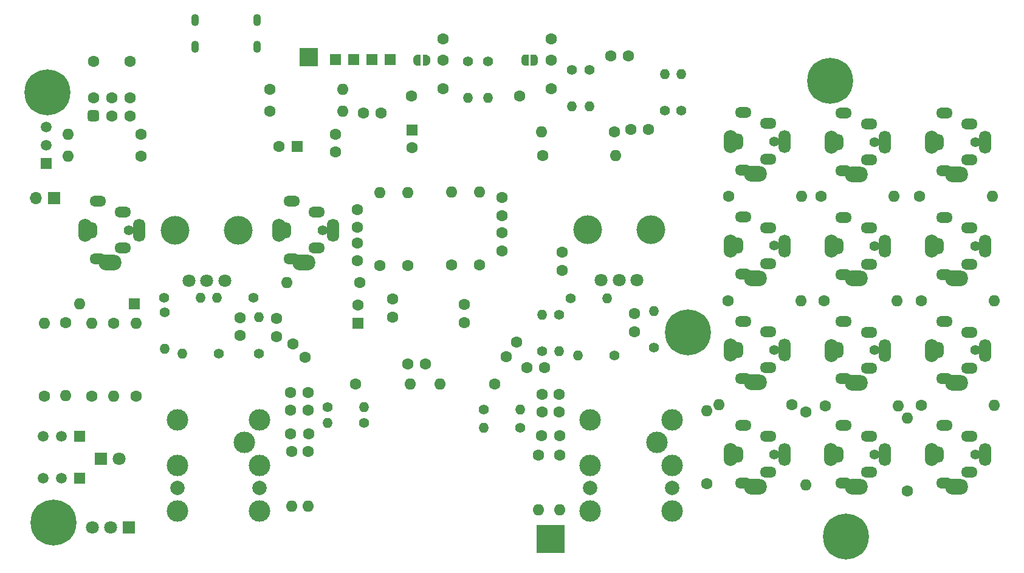
<source format=gbs>
G04 #@! TF.GenerationSoftware,KiCad,Pcbnew,8.0.6*
G04 #@! TF.CreationDate,2025-01-21T23:06:27+01:00*
G04 #@! TF.ProjectId,spider2,73706964-6572-4322-9e6b-696361645f70,rev?*
G04 #@! TF.SameCoordinates,Original*
G04 #@! TF.FileFunction,Soldermask,Bot*
G04 #@! TF.FilePolarity,Negative*
%FSLAX46Y46*%
G04 Gerber Fmt 4.6, Leading zero omitted, Abs format (unit mm)*
G04 Created by KiCad (PCBNEW 8.0.6) date 2025-01-21 23:06:27*
%MOMM*%
%LPD*%
G01*
G04 APERTURE LIST*
%ADD10C,1.400000*%
%ADD11O,1.400000X1.400000*%
%ADD12C,1.600000*%
%ADD13O,1.600000X1.600000*%
%ADD14R,1.600000X1.600000*%
%ADD15R,2.500000X2.500000*%
%ADD16O,2.300000X1.500000*%
%ADD17O,1.703200X3.203200*%
%ADD18O,1.903200X3.203200*%
%ADD19O,1.500000X2.300000*%
%ADD20O,3.203200X2.203200*%
%ADD21C,0.800000*%
%ADD22C,6.400000*%
%ADD23C,3.000000*%
%ADD24C,2.000000*%
%ADD25O,1.100000X1.700000*%
%ADD26R,1.500000X1.500000*%
%ADD27C,1.500000*%
%ADD28C,4.000000*%
%ADD29C,1.800000*%
%ADD30R,1.700000X1.700000*%
%ADD31O,1.700000X1.700000*%
%ADD32R,1.800000X1.800000*%
%ADD33R,4.000000X4.000000*%
G04 APERTURE END LIST*
D10*
X225940000Y-73240000D03*
D11*
X225940000Y-68160000D03*
D12*
X147799400Y-33323400D03*
X152879400Y-33323400D03*
G36*
G01*
X147399400Y-40143400D02*
X148199400Y-40143400D01*
G75*
G02*
X148599400Y-40543400I0J-400000D01*
G01*
X148599400Y-41343400D01*
G75*
G02*
X148199400Y-41743400I-400000J0D01*
G01*
X147399400Y-41743400D01*
G75*
G02*
X146999400Y-41343400I0J400000D01*
G01*
X146999400Y-40543400D01*
G75*
G02*
X147399400Y-40143400I400000J0D01*
G01*
G37*
X150339400Y-40943400D03*
X152879400Y-40943400D03*
X147799400Y-38403400D03*
X150339400Y-38403400D03*
X152879400Y-38403400D03*
X262920000Y-52200000D03*
D13*
X273080000Y-52200000D03*
D12*
X219851600Y-32588200D03*
X222351600Y-32588200D03*
D10*
X214330000Y-66370000D03*
D11*
X219410000Y-66370000D03*
D10*
X227431600Y-40233600D03*
D11*
X227431600Y-35153600D03*
D12*
X187750000Y-61800000D03*
D13*
X187750000Y-51640000D03*
D10*
X220370000Y-74340000D03*
D11*
X215290000Y-74340000D03*
D12*
X263120000Y-81300000D03*
D13*
X273280000Y-81300000D03*
D12*
X177749200Y-87731600D03*
D13*
X177749200Y-95351600D03*
D14*
X192230000Y-42900000D03*
D12*
X192230000Y-45400000D03*
X204750000Y-52350000D03*
X204750000Y-54850000D03*
X204750000Y-59750000D03*
X204750000Y-57250000D03*
D14*
X153475000Y-67125000D03*
D13*
X145855000Y-67125000D03*
D12*
X154460000Y-46600000D03*
D13*
X144300000Y-46600000D03*
D10*
X202800000Y-33400000D03*
D11*
X202800000Y-38480000D03*
D12*
X208175000Y-76050000D03*
X210675000Y-76050000D03*
D15*
X177800000Y-32775000D03*
D16*
X238349112Y-92100000D03*
X241849112Y-90600000D03*
D10*
X242649112Y-88100000D03*
D17*
X244078391Y-88126253D03*
D18*
X236578391Y-88126253D03*
D19*
X237549112Y-88100000D03*
D16*
X238349112Y-84100000D03*
D20*
X240078391Y-92626253D03*
D16*
X241849112Y-85600000D03*
D21*
X248019532Y-36102461D03*
X248722476Y-34405405D03*
X248722476Y-37799517D03*
X250419532Y-33702461D03*
D22*
X250419532Y-36102461D03*
D21*
X250419532Y-38502461D03*
X252116588Y-34405405D03*
X252116588Y-37799517D03*
X252819532Y-36102461D03*
D10*
X157720000Y-68350000D03*
D11*
X157720000Y-73430000D03*
D12*
X199500000Y-69750000D03*
X199500000Y-67250000D03*
D10*
X216890600Y-34518600D03*
D11*
X216890600Y-39598600D03*
D12*
X196550000Y-33200000D03*
X196550000Y-30200000D03*
X192150000Y-38200000D03*
X196550000Y-37200000D03*
X212700000Y-82250000D03*
X212700000Y-79750000D03*
X175620000Y-72700000D03*
X177292827Y-74557862D03*
X175285400Y-85267800D03*
X177785400Y-85267800D03*
X191620000Y-61810000D03*
D13*
X191620000Y-51650000D03*
D12*
X261200000Y-93230000D03*
D13*
X261200000Y-83070000D03*
D12*
X249610000Y-66720000D03*
D13*
X259770000Y-66720000D03*
D23*
X226300000Y-86450000D03*
D24*
X228430000Y-92800000D03*
X217000000Y-92800000D03*
D23*
X217000000Y-96000000D03*
X228430000Y-89650000D03*
X217000000Y-89650000D03*
X228430000Y-96000000D03*
X228430000Y-83300000D03*
X217000000Y-83300000D03*
D12*
X184900000Y-64150000D03*
D13*
X174740000Y-64150000D03*
D23*
X168800000Y-86450000D03*
D24*
X170930000Y-92800000D03*
X159500000Y-92800000D03*
D23*
X159500000Y-96000000D03*
X170930000Y-89650000D03*
X159500000Y-89650000D03*
X170930000Y-96000000D03*
X170930000Y-83300000D03*
X159500000Y-83300000D03*
D12*
X147620000Y-79980000D03*
D13*
X147620000Y-69820000D03*
D12*
X249745000Y-81400000D03*
D13*
X259905000Y-81400000D03*
D10*
X185520000Y-83700000D03*
D11*
X180440000Y-83700000D03*
D12*
X249220000Y-52150000D03*
D13*
X259380000Y-52150000D03*
D25*
X170590000Y-31370000D03*
X170590000Y-27570000D03*
X161950000Y-31370000D03*
X161950000Y-27570000D03*
D12*
X203708000Y-78282800D03*
D13*
X196088000Y-78282800D03*
D12*
X201600000Y-61700000D03*
D13*
X201600000Y-51540000D03*
D10*
X229743000Y-40233600D03*
D11*
X229743000Y-35153600D03*
D12*
X236195000Y-66725000D03*
D13*
X246355000Y-66725000D03*
D14*
X176192380Y-45200000D03*
D12*
X173692380Y-45200000D03*
X191581400Y-75514200D03*
X194081400Y-75514200D03*
X143980000Y-69810000D03*
D13*
X143980000Y-79970000D03*
D12*
X181500000Y-43500000D03*
X181500000Y-46000000D03*
X247100000Y-82250000D03*
D13*
X247100000Y-92410000D03*
D10*
X210350000Y-73715000D03*
D11*
X210350000Y-68635000D03*
D16*
X238350000Y-63033333D03*
X241850000Y-61533333D03*
D10*
X242650000Y-59033333D03*
D17*
X244079279Y-59059586D03*
D18*
X236579279Y-59059586D03*
D19*
X237550000Y-59033333D03*
D16*
X238350000Y-55033333D03*
D20*
X240079279Y-63559586D03*
D16*
X241850000Y-56533333D03*
D26*
X145860000Y-85630000D03*
D27*
X143320000Y-85630000D03*
X140780000Y-85630000D03*
D12*
X173325000Y-69175000D03*
X173325000Y-71675000D03*
X175285400Y-81991200D03*
X175285400Y-79491200D03*
X210388200Y-46456600D03*
D13*
X220548200Y-46456600D03*
D26*
X189176000Y-33075000D03*
D16*
X238350000Y-77566666D03*
X241850000Y-76066666D03*
D10*
X242650000Y-73566666D03*
D17*
X244079279Y-73592919D03*
D18*
X236579279Y-73592919D03*
D19*
X237550000Y-73566666D03*
D16*
X238350000Y-69566666D03*
D20*
X240079279Y-78092919D03*
D16*
X241850000Y-71066666D03*
X175424065Y-60868249D03*
X178924065Y-59368249D03*
D10*
X179724065Y-56868249D03*
D17*
X181153344Y-56894502D03*
D18*
X173653344Y-56894502D03*
D19*
X174624065Y-56868249D03*
D16*
X175424065Y-52868249D03*
D20*
X177153344Y-61394502D03*
D16*
X178924065Y-54368249D03*
D21*
X228260142Y-71088261D03*
X228963086Y-69391205D03*
X228963086Y-72785317D03*
X230660142Y-68688261D03*
D22*
X230660142Y-71088261D03*
D21*
X230660142Y-73488261D03*
X232357198Y-69391205D03*
X232357198Y-72785317D03*
X233060142Y-71088261D03*
D12*
X154460000Y-43540000D03*
D13*
X144300000Y-43540000D03*
D16*
X266350000Y-48600000D03*
X269850000Y-47100000D03*
D10*
X270650000Y-44600000D03*
D17*
X272079279Y-44626253D03*
D18*
X264579279Y-44626253D03*
D19*
X265550000Y-44600000D03*
D16*
X266350000Y-40600000D03*
D20*
X268079279Y-49126253D03*
D16*
X269850000Y-42100000D03*
D12*
X184550000Y-56500000D03*
X184550000Y-54000000D03*
D26*
X181571000Y-33075000D03*
D10*
X202200000Y-81900000D03*
D11*
X207280000Y-81900000D03*
D28*
X159200000Y-56900000D03*
X168000000Y-56900000D03*
D29*
X166100000Y-63900000D03*
X163600000Y-63900000D03*
X161100000Y-63900000D03*
D12*
X206779532Y-72445529D03*
X205310069Y-74468071D03*
X189500000Y-69000000D03*
X189500000Y-66500000D03*
D26*
X184111000Y-33075000D03*
D12*
X172390000Y-37220000D03*
D13*
X182550000Y-37220000D03*
D12*
X175420000Y-87731600D03*
D13*
X175420000Y-95351600D03*
D26*
X186651000Y-33075000D03*
X145860000Y-91470000D03*
D27*
X143320000Y-91470000D03*
X140780000Y-91470000D03*
D12*
X150660000Y-69820000D03*
D13*
X150660000Y-79980000D03*
D16*
X266350000Y-77600000D03*
X269850000Y-76100000D03*
D10*
X270650000Y-73600000D03*
D17*
X272079279Y-73626253D03*
D18*
X264579279Y-73626253D03*
D19*
X265550000Y-73600000D03*
D16*
X266350000Y-69600000D03*
D20*
X268079279Y-78126253D03*
D16*
X269850000Y-71100000D03*
D10*
X157675000Y-66325000D03*
D11*
X162754999Y-66325000D03*
D30*
X142300000Y-52400000D03*
D31*
X139760000Y-52400000D03*
D12*
X187900000Y-40600000D03*
X185400000Y-40600000D03*
X172390000Y-40270000D03*
D13*
X182550000Y-40270000D03*
D21*
X250250000Y-99550000D03*
X250952944Y-97852944D03*
X250952944Y-101247056D03*
X252650000Y-97150000D03*
D22*
X252650000Y-99550000D03*
D21*
X252650000Y-101950000D03*
X254347056Y-97852944D03*
X254347056Y-101247056D03*
X255050000Y-99550000D03*
D12*
X209770000Y-88200000D03*
D13*
X209770000Y-95820000D03*
D12*
X236270000Y-52150000D03*
D13*
X246430000Y-52150000D03*
D10*
X214477600Y-34544000D03*
D11*
X214477600Y-39624000D03*
D12*
X211550000Y-33200000D03*
X211550000Y-30200000D03*
X207150000Y-38200000D03*
X211550000Y-37200000D03*
D16*
X266350000Y-63100000D03*
X269850000Y-61600000D03*
D10*
X270650000Y-59100000D03*
D17*
X272079279Y-59126253D03*
D18*
X264579279Y-59126253D03*
D19*
X265550000Y-59100000D03*
D16*
X266350000Y-55100000D03*
D20*
X268079279Y-63626253D03*
D16*
X269850000Y-56600000D03*
X238350000Y-48500000D03*
X241850000Y-47000000D03*
D10*
X242650000Y-44500000D03*
D17*
X244079279Y-44526253D03*
D18*
X236579279Y-44526253D03*
D19*
X237550000Y-44500000D03*
D16*
X238350000Y-40500000D03*
D20*
X240079279Y-49026253D03*
D16*
X241850000Y-42000000D03*
D12*
X263120000Y-66750000D03*
D13*
X273280000Y-66750000D03*
D12*
X233260000Y-92180000D03*
D13*
X233260000Y-82020000D03*
D16*
X252350000Y-63100000D03*
X255850000Y-61600000D03*
D10*
X256650000Y-59100000D03*
D17*
X258079279Y-59126253D03*
D18*
X250579279Y-59126253D03*
D19*
X251550000Y-59100000D03*
D16*
X252350000Y-55100000D03*
D20*
X254079279Y-63626253D03*
D16*
X255850000Y-56600000D03*
D10*
X170825000Y-74125000D03*
D11*
X170825000Y-69045000D03*
D16*
X252350000Y-77600000D03*
X255850000Y-76100000D03*
D10*
X256650000Y-73600000D03*
D17*
X258079279Y-73626253D03*
D18*
X250579279Y-73626253D03*
D19*
X251550000Y-73600000D03*
D16*
X252350000Y-69600000D03*
D20*
X254079279Y-78126253D03*
D16*
X255850000Y-71100000D03*
X252350000Y-48600000D03*
X255850000Y-47100000D03*
D10*
X256650000Y-44600000D03*
D17*
X258079279Y-44626253D03*
D18*
X250579279Y-44626253D03*
D19*
X251550000Y-44600000D03*
D16*
X252350000Y-40600000D03*
D20*
X254079279Y-49126253D03*
D16*
X255850000Y-42100000D03*
D10*
X212675000Y-68670000D03*
D11*
X212675000Y-73750000D03*
D10*
X170125000Y-66300000D03*
D11*
X165045000Y-66300000D03*
D12*
X225176400Y-42849800D03*
X222676400Y-42849800D03*
X184550000Y-58650000D03*
X184550000Y-61150000D03*
D16*
X148415198Y-60869712D03*
X151915198Y-59369712D03*
D10*
X152715198Y-56869712D03*
D17*
X154144477Y-56895965D03*
D18*
X146644477Y-56895965D03*
D19*
X147615198Y-56869712D03*
D16*
X148415198Y-52869712D03*
D20*
X150144477Y-61395965D03*
D16*
X151915198Y-54369712D03*
D12*
X168249600Y-71588000D03*
X168249600Y-69088000D03*
D10*
X165270000Y-74100000D03*
D11*
X160190000Y-74100000D03*
D16*
X252349112Y-92100000D03*
X255849112Y-90600000D03*
D10*
X256649112Y-88100000D03*
D17*
X258078391Y-88126253D03*
D18*
X250578391Y-88126253D03*
D19*
X251549112Y-88100000D03*
D16*
X252349112Y-84100000D03*
D20*
X254078391Y-92626253D03*
D16*
X255849112Y-85600000D03*
X266350000Y-92100000D03*
X269850000Y-90600000D03*
D10*
X270650000Y-88100000D03*
D17*
X272079279Y-88126253D03*
D18*
X264579279Y-88126253D03*
D19*
X265550000Y-88100000D03*
D16*
X266350000Y-84100000D03*
D20*
X268079279Y-92626253D03*
D16*
X269850000Y-85600000D03*
D12*
X177698400Y-81991200D03*
X177698400Y-79491200D03*
X153730000Y-79980000D03*
D13*
X153730000Y-69820000D03*
D12*
X184300000Y-78300000D03*
D13*
X191920000Y-78300000D03*
D32*
X148875000Y-88725000D03*
D29*
X151415000Y-88725000D03*
D10*
X200000000Y-33400000D03*
D11*
X200000000Y-38480000D03*
D10*
X207280000Y-84425000D03*
D11*
X202200000Y-84425000D03*
D12*
X220395800Y-43180000D03*
D13*
X210235800Y-43180000D03*
D12*
X210290000Y-82226600D03*
X210290000Y-79726600D03*
D28*
X216650000Y-56800000D03*
X225450000Y-56800000D03*
D29*
X223550000Y-63800000D03*
X221050000Y-63800000D03*
X218550000Y-63800000D03*
D12*
X197735200Y-61700000D03*
D13*
X197735200Y-51540000D03*
D12*
X212775000Y-88200000D03*
D13*
X212775000Y-95820000D03*
D12*
X213080600Y-59984000D03*
X213080600Y-62484000D03*
X245080000Y-81225000D03*
D13*
X234920000Y-81225000D03*
D32*
X152742934Y-98294059D03*
D29*
X150202934Y-98294059D03*
X147662934Y-98294059D03*
D10*
X180460000Y-81500000D03*
D11*
X185540000Y-81500000D03*
D21*
X139840000Y-97590000D03*
X140542944Y-95892944D03*
X140542944Y-99287056D03*
X142240000Y-95190000D03*
D22*
X142240000Y-97590000D03*
D21*
X142240000Y-99990000D03*
X143937056Y-95892944D03*
X143937056Y-99287056D03*
X144640000Y-97590000D03*
D12*
X140970000Y-79980000D03*
D13*
X140970000Y-69820000D03*
D12*
X223200000Y-71000000D03*
X223200000Y-68500000D03*
X210250000Y-85500000D03*
X212750000Y-85500000D03*
D14*
X184650000Y-69850000D03*
D12*
X184650000Y-67350000D03*
D21*
X138994600Y-37691600D03*
X139697544Y-35994544D03*
X139697544Y-39388656D03*
X141394600Y-35291600D03*
D22*
X141394600Y-37691600D03*
D21*
X141394600Y-40091600D03*
X143091656Y-35994544D03*
X143091656Y-39388656D03*
X143794600Y-37691600D03*
D26*
X141200000Y-47600000D03*
D27*
X141200000Y-45060000D03*
X141200000Y-42520000D03*
D33*
X211531200Y-99923600D03*
G36*
X208430000Y-33920000D02*
G01*
X207930000Y-33920000D01*
X207930000Y-33914911D01*
X207858843Y-33914911D01*
X207722292Y-33874816D01*
X207602570Y-33797875D01*
X207509373Y-33690320D01*
X207450254Y-33560866D01*
X207430000Y-33420000D01*
X207430000Y-32920000D01*
X207450254Y-32779134D01*
X207509373Y-32649680D01*
X207602570Y-32542125D01*
X207722292Y-32465184D01*
X207858843Y-32425089D01*
X207930000Y-32425089D01*
X207930000Y-32420000D01*
X208430000Y-32420000D01*
X208430000Y-33920000D01*
G37*
G36*
X209230000Y-32425089D02*
G01*
X209301157Y-32425089D01*
X209437708Y-32465184D01*
X209557430Y-32542125D01*
X209650627Y-32649680D01*
X209709746Y-32779134D01*
X209730000Y-32920000D01*
X209730000Y-33420000D01*
X209709746Y-33560866D01*
X209650627Y-33690320D01*
X209557430Y-33797875D01*
X209437708Y-33874816D01*
X209301157Y-33914911D01*
X209230000Y-33914911D01*
X209230000Y-33920000D01*
X208730000Y-33920000D01*
X208730000Y-32420000D01*
X209230000Y-32420000D01*
X209230000Y-32425089D01*
G37*
G36*
X193400000Y-33940000D02*
G01*
X192900000Y-33940000D01*
X192900000Y-33934911D01*
X192828843Y-33934911D01*
X192692292Y-33894816D01*
X192572570Y-33817875D01*
X192479373Y-33710320D01*
X192420254Y-33580866D01*
X192400000Y-33440000D01*
X192400000Y-32940000D01*
X192420254Y-32799134D01*
X192479373Y-32669680D01*
X192572570Y-32562125D01*
X192692292Y-32485184D01*
X192828843Y-32445089D01*
X192900000Y-32445089D01*
X192900000Y-32440000D01*
X193400000Y-32440000D01*
X193400000Y-33940000D01*
G37*
G36*
X194200000Y-32445089D02*
G01*
X194271157Y-32445089D01*
X194407708Y-32485184D01*
X194527430Y-32562125D01*
X194620627Y-32669680D01*
X194679746Y-32799134D01*
X194700000Y-32940000D01*
X194700000Y-33440000D01*
X194679746Y-33580866D01*
X194620627Y-33710320D01*
X194527430Y-33817875D01*
X194407708Y-33894816D01*
X194271157Y-33934911D01*
X194200000Y-33934911D01*
X194200000Y-33940000D01*
X193700000Y-33940000D01*
X193700000Y-32440000D01*
X194200000Y-32440000D01*
X194200000Y-32445089D01*
G37*
M02*

</source>
